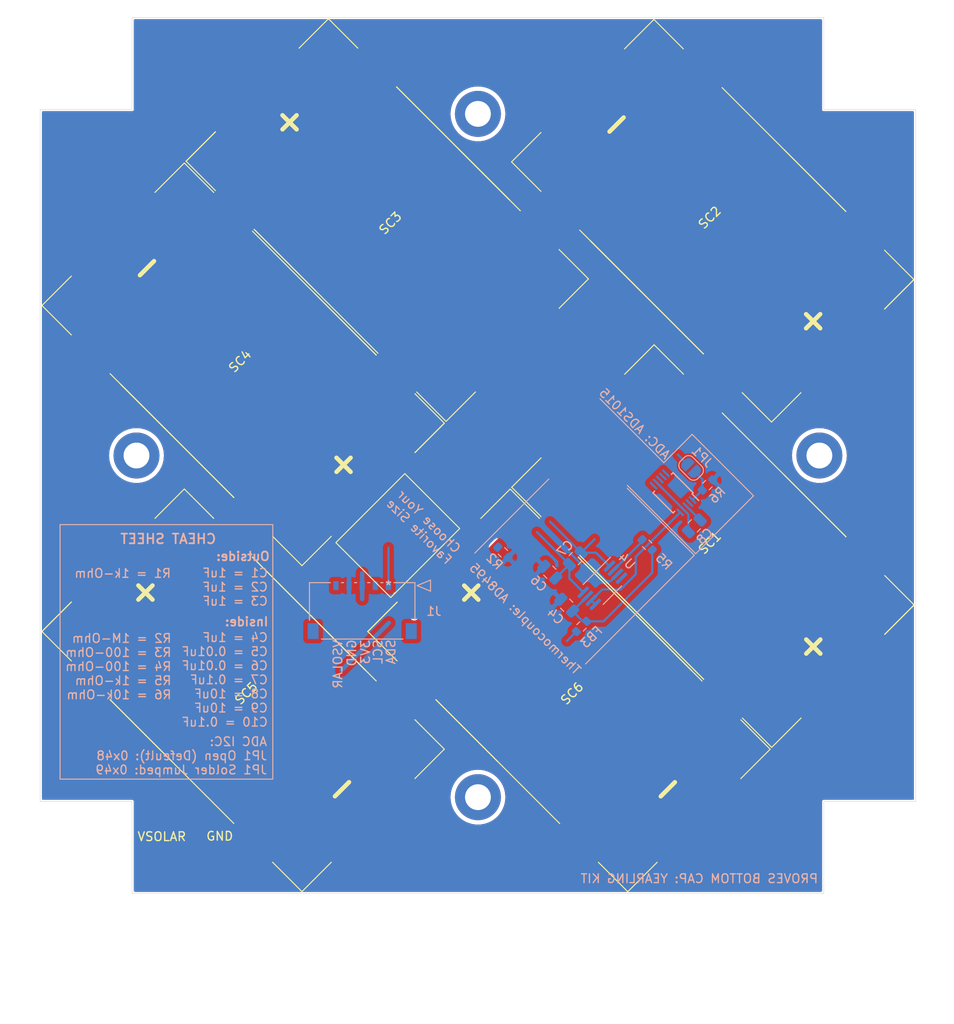
<source format=kicad_pcb>
(kicad_pcb (version 20221018) (generator pcbnew)
  (title_block (title "YEARLING KIT -Z") (date "2023-03-27") (rev "3.1"))
  (layers (0 "F.Cu" signal) (1 "In1.Cu" signal) (2 "In2.Cu" signal) (31 "B.Cu" signal) (34 "B.Paste" user) (35 "F.Paste" user) (36 "B.SilkS" user "B.Silkscreen") (37 "F.SilkS" user "F.Silkscreen") (38 "B.Mask" user) (39 "F.Mask" user) (44 "Edge.Cuts" user))
  (net 0 "")
  (net 1 "GND")
  (net 2 "+3V3")
  (net 3 "VSOLAR")
  (net 4 "SDA")
  (net 5 "SCL")
  (net 6 "Net-(D2-Pad2)")
  (net 7 "Net-(D3-Pad2)")
  (net 10 "Net-(C6-Pad1)")
  (net 14 "Net-(SC1-Pad2)")
  (net 15 "Net-(SC3-Pad2)")
  (net 16 "Net-(SC5-Pad2)")
  (net 17 "Net-(D1-Pad2)")
  (net 18 "Net-(C4-Pad1)")
  (net 19 "AVDD")
  (net 20 "AGND")
  (net 21 "Net-(JP1-Pad1)")
  (net 22 "Net-(R5-Pad1)")
  (net 24 "OUT")
  (net 26 "Net-(J2-Pad2)")
  (net 27 "Net-(C5-Pad2)")
  (footprint "SolarPanelBoards:MountingHoles" (layer "F.Cu") (at 110.5 85)
    (fp_text reference "J4" (at 0 0.5) (layer "F.SilkS"))
    (fp_text value "Conn_01x01")
    (pad "1" thru_hole circle (at 0 0) (size 5.25 5.25) (drill 2.95) (layers "*.Cu" "*.Mask"))
  )
  (footprint "SolarPanelBoards:MountingHoles" (layer "F.Cu") (at 141.75 124)
    (fp_text reference "J5" (at 7.62 0.03) (layer "F.SilkS"))
    (fp_text value "Conn_01x01")
    (pad "1" thru_hole circle (at 7.75 0) (size 5.25 5.25) (drill 2.95) (layers "*.Cu" "*.Mask"))
  )
  (footprint "SolarPanelBoards:MountingHoles" (layer "F.Cu") (at 157.25 46)
    (fp_text reference "J6" (at -7.82 -0.02) (layer "F.SilkS"))
    (fp_text value "Conn_01x01")
    (pad "1" thru_hole circle (at -7.75 0) (size 5.25 5.25) (drill 2.95) (layers "*.Cu" "*.Mask"))
  )
  (footprint "SolarPanelBoards:MountingHoles" (layer "F.Cu") (at 188.5 85)
    (fp_text reference "J7" (at 0 0.5) (layer "F.SilkS"))
    (fp_text value "Conn_01x01")
    (pad "1" thru_hole circle (at 0 0) (size 5.25 5.25) (drill 2.95) (layers "*.Cu" "*.Mask"))
  )
  (footprint "SolarPanelBoards:KXOB101K08F-TR" (layer "F.Cu") (at 122.68 111.8 45)
    (fp_text reference "SC5" (at 0 0.5 45) (layer "F.SilkS"))
    (fp_text value "SM101K07TF")
    (fp_text user "+" (at 0 -16 45) (layer "F.SilkS") (effects (font (size 3 3) (thickness 0.5))))
    (fp_text user "-" (at 0 15.75 45) (layer "F.SilkS") (effects (font (size 3 3) (thickness 0.5))))
    (fp_line (start -11.5 -21) (end -11.5 -16.25) (stroke (width 0.12)) (layer "F.SilkS"))
    (fp_line (start -11.5 -21) (end -6.75 -21) (stroke (width 0.12)) (layer "F.SilkS"))
    (fp_line (start -11.5 -10) (end -11.5 10) (stroke (width 0.12)) (layer "F.SilkS"))
    (fp_line (start -11.5 0) (end -11.5 -10) (stroke (width 0.12)) (layer "F.SilkS"))
    (fp_line (start -11.5 21) (end -11.5 16.25) (stroke (width 0.12)) (layer "F.SilkS"))
    (fp_line (start -11.5 21) (end -6.75 21) (stroke (width 0.12)) (layer "F.SilkS"))
    (fp_line (start -6.75 -21) (end -11.5 -21) (stroke (width 0.12)) (layer "F.SilkS"))
    (fp_line (start 6.75 -21) (end 11.5 -21) (stroke (width 0.12)) (layer "F.SilkS"))
    (fp_line (start 6.75 21) (end 11.5 21) (stroke (width 0.12)) (layer "F.SilkS"))
    (fp_line (start 11.5 -21) (end 11.5 -16.25) (stroke (width 0.12)) (layer "F.SilkS"))
    (fp_line (start 11.5 -10) (end 11.5 8.25) (stroke (width 0.12)) (layer "F.SilkS"))
    (fp_line (start 11.5 0) (end 11.5 -10) (stroke (width 0.12)) (layer "F.SilkS"))
    (fp_line (start 11.5 0) (end 11.5 10) (stroke (width 0.12)) (layer "F.SilkS"))
    (fp_line (start 11.5 8.25) (end 11.5 0) (stroke (width 0.12)) (layer "F.SilkS"))
    (fp_line (start 11.5 21) (end 11.5 16.25) (stroke (width 0.12)) (layer "F.SilkS"))
    (pad "1" smd rect (at 0 -20 45) (size 13 3) (layers "F.Cu" "F.Paste" "F.Mask") (net 7 "Net-(D3-Pad2)"))
    (pad "2" smd rect (at 0 20 45) (size 13 3) (layers "F.Cu" "F.Paste" "F.Mask") (net 16 "Net-(SC5-Pad2)"))
  )
  (footprint "SolarPanelBoards:KXOB101K08F-TR" (layer "F.Cu") (at 139.142136 58.122136 45)
    (fp_text reference "SC3" (at 0 0.5 45) (layer "F.SilkS"))
    (fp_text value "SM101K07TF")
    (fp_text user "+" (at 0 -16 45) (layer "F.SilkS") (effects (font (size 3 3) (thickness 0.5))))
    (fp_line (start -11.5 -21) (end -11.5 -16.25) (stroke (width 0.12)) (layer "F.SilkS"))
    (fp_line (start -11.5 -21) (end -6.75 -21) (stroke (width 0.12)) (layer "F.SilkS"))
    (fp_line (start -11.5 -10) (end -11.5 10) (stroke (width 0.12)) (layer "F.SilkS"))
    (fp_line (start -11.5 0) (end -11.5 -10) (stroke (width 0.12)) (layer "F.SilkS"))
    (fp_line (start -11.5 21) (end -11.5 16.25) (stroke (width 0.12)) (layer "F.SilkS"))
    (fp_line (start -11.5 21) (end -6.75 21) (stroke (width 0.12)) (layer "F.SilkS"))
    (fp_line (start -6.75 -21) (end -11.5 -21) (stroke (width 0.12)) (layer "F.SilkS"))
    (fp_line (start 6.75 -21) (end 11.5 -21) (stroke (width 0.12)) (layer "F.SilkS"))
    (fp_line (start 6.75 21) (end 11.5 21) (stroke (width 0.12)) (layer "F.SilkS"))
    (fp_line (start 11.5 -21) (end 11.5 -16.25) (stroke (width 0.12)) (layer "F.SilkS"))
    (fp_line (start 11.5 -10) (end 11.5 8.25) (stroke (width 0.12)) (layer "F.SilkS"))
    (fp_line (start 11.5 0) (end 11.5 -10) (stroke (width 0.12)) (layer "F.SilkS"))
    (fp_line (start 11.5 0) (end 11.5 10) (stroke (width 0.12)) (layer "F.SilkS"))
    (fp_line (start 11.5 8.25) (end 11.5 0) (stroke (width 0.12)) (layer "F.SilkS"))
    (fp_line (start 11.5 21) (end 11.5 16.25) (stroke (width 0.12)) (layer "F.SilkS"))
    (pad "1" smd rect (at 0 -20 45) (size 13 3) (layers "F.Cu" "F.Paste" "F.Mask") (net 6 "Net-(D2-Pad2)"))
    (pad "2" smd rect (at 0 20 45) (size 13 3) (layers "F.Cu" "F.Paste" "F.Mask") (net 15 "Net-(SC3-Pad2)"))
  )
  (footprint "SolarPanelBoards:KXOB101K08F-TR" (layer "F.Cu") (at 122.682136 74.592136 -135)
    (fp_text reference "SC4" (at 0 0.5 45) (layer "F.SilkS"))
    (fp_text value "SM101K07TF")
    (fp_text user "+" (at 0 -16 45) (layer "F.SilkS") (effects (font (size 3 3) (thickness 0.5))))
    (fp_text user "-" (at 0 15.75 45) (layer "F.SilkS") (effects (font (size 3 3) (thickness 0.5))))
    (fp_line (start -11.5 -21) (end -11.5 -16.25) (stroke (width 0.12)) (layer "F.SilkS"))
    (fp_line (start -11.5 -21) (end -6.75 -21) (stroke (width 0.12)) (layer "F.SilkS"))
    (fp_line (start -11.5 -10) (end -11.5 10) (stroke (width 0.12)) (layer "F.SilkS"))
    (fp_line (start -11.5 0) (end -11.5 -10) (stroke (width 0.12)) (layer "F.SilkS"))
    (fp_line (start -11.5 21) (end -11.5 16.25) (stroke (width 0.12)) (layer "F.SilkS"))
    (fp_line (start -11.5 21) (end -6.75 21) (stroke (width 0.12)) (layer "F.SilkS"))
    (fp_line (start -6.75 -21) (end -11.5 -21) (stroke (width 0.12)) (layer "F.SilkS"))
    (fp_line (start 6.75 -21) (end 11.5 -21) (stroke (width 0.12)) (layer "F.SilkS"))
    (fp_line (start 6.75 21) (end 11.5 21) (stroke (width 0.12)) (layer "F.SilkS"))
    (fp_line (start 11.5 -21) (end 11.5 -16.25) (stroke (width 0.12)) (layer "F.SilkS"))
    (fp_line (start 11.5 -10) (end 11.5 8.25) (stroke (width 0.12)) (layer "F.SilkS"))
    (fp_line (start 11.5 0) (end 11.5 -10) (stroke (width 0.12)) (layer "F.SilkS"))
    (fp_line (start 11.5 0) (end 11.5 10) (stroke (width 0.12)) (layer "F.SilkS"))
    (fp_line (start 11.5 8.25) (end 11.5 0) (stroke (width 0.12)) (layer "F.SilkS"))
    (fp_line (start 11.5 21) (end 11.5 16.25) (stroke (width 0.12)) (layer "F.SilkS"))
    (pad "1" smd rect (at 0 -20 225) (size 13 3) (layers "F.Cu" "F.Paste" "F.Mask") (net 15 "Net-(SC3-Pad2)"))
    (pad "2" smd rect (at 0 20 225) (size 13 3) (layers "F.Cu" "F.Paste" "F.Mask") (net 1 "GND"))
  )
  (footprint "SolarPanelBoards:KXOB101K08F-TR" (layer "F.Cu") (at 159.897864 111.807864 45)
    (fp_text reference "SC6" (at 0 0.5 45) (layer "F.SilkS"))
    (fp_text value "SM101K07TF")
    (fp_text user "+" (at 0 -16 45) (layer "F.SilkS") (effects (font (size 3 3) (thickness 0.5))))
    (fp_text user "-" (at 0 15.75 45) (layer "F.SilkS") (effects (font (size 3 3) (thickness 0.5))))
    (fp_line (start -11.5 -21) (end -11.5 -16.25) (stroke (width 0.12)) (layer "F.SilkS"))
    (fp_line (start -11.5 -21) (end -6.75 -21) (stroke (width 0.12)) (layer "F.SilkS"))
    (fp_line (start -11.5 -10) (end -11.5 10) (stroke (width 0.12)) (layer "F.SilkS"))
    (fp_line (start -11.5 0) (end -11.5 -10) (stroke (width 0.12)) (layer "F.SilkS"))
    (fp_line (start -11.5 21) (end -11.5 16.25) (stroke (width 0.12)) (layer "F.SilkS"))
    (fp_line (start -11.5 21) (end -6.75 21) (stroke (width 0.12)) (layer "F.SilkS"))
    (fp_line (start -6.75 -21) (end -11.5 -21) (stroke (width 0.12)) (layer "F.SilkS"))
    (fp_line (start 6.75 -21) (end 11.5 -21) (stroke (width 0.12)) (layer "F.SilkS"))
    (fp_line (start 6.75 21) (end 11.5 21) (stroke (width 0.12)) (layer "F.SilkS"))
    (fp_line (start 11.5 -21) (end 11.5 -16.25) (stroke (width 0.12)) (layer "F.SilkS"))
    (fp_line (start 11.5 -10) (end 11.5 8.25) (stroke (width 0.12)) (layer "F.SilkS"))
    (fp_line (start 11.5 0) (end 11.5 -10) (stroke (width 0.12)) (layer "F.SilkS"))
    (fp_line (start 11.5 0) (end 11.5 10) (stroke (width 0.12)) (layer "F.SilkS"))
    (fp_line (start 11.5 8.25) (end 11.5 0) (stroke (width 0.12)) (layer "F.SilkS"))
    (fp_line (start 11.5 21) (end 11.5 16.25) (stroke (width 0.12)) (layer "F.SilkS"))
    (pad "1" smd rect (at 0 -20 45) (size 13 3) (layers "F.Cu" "F.Paste" "F.Mask") (net 16 "Net-(SC5-Pad2)"))
    (pad "2" smd rect (at 0 20 45) (size 13 3) (layers "F.Cu" "F.Paste" "F.Mask") (net 1 "GND"))
  )
  (footprint "SolarPanelBoards:KXOB101K08F-TR" (layer "F.Cu") (at 176.32 58.2 -135)
    (fp_text reference "SC2" (at 0 0.5 45) (layer "F.SilkS"))
    (fp_text value "SM101K07TF")
    (fp_text user "+" (at 0 -16 45) (layer "F.SilkS") (effects (font (size 3 3) (thickness 0.5))))
    (fp_text user "-" (at 0 15.75 45) (layer "F.SilkS") (effects (font (size 3 3) (thickness 0.5))))
    (fp_line (start -11.5 -21) (end -11.5 -16.25) (stroke (width 0.12)) (layer "F.SilkS"))
    (fp_line (start -11.5 -21) (end -6.75 -21) (stroke (width 0.12)) (layer "F.SilkS"))
    (fp_line (start -11.5 -10) (end -11.5 10) (stroke (width 0.12)) (layer "F.SilkS"))
    (fp_line (start -11.5 0) (end -11.5 -10) (stroke (width 0.12)) (layer "F.SilkS"))
    (fp_line (start -11.5 21) (end -11.5 16.25) (stroke (width 0.12)) (layer "F.SilkS"))
    (fp_line (start -11.5 21) (end -6.75 21) (stroke (width 0.12)) (layer "F.SilkS"))
    (fp_line (start -6.75 -21) (end -11.5 -21) (stroke (width 0.12)) (layer "F.SilkS"))
    (fp_line (start 6.75 -21) (end 11.5 -21) (stroke (width 0.12)) (layer "F.SilkS"))
    (fp_line (start 6.75 21) (end 11.5 21) (stroke (width 0.12)) (layer "F.SilkS"))
    (fp_line (start 11.5 -21) (end 11.5 -16.25) (stroke (width 0.12)) (layer "F.SilkS"))
    (fp_line (start 11.5 -10) (end 11.5 8.25) (stroke (width 0.12)) (layer "F.SilkS"))
    (fp_line (start 11.5 0) (end 11.5 -10) (stroke (width 0.12)) (layer "F.SilkS"))
    (fp_line (start 11.5 0) (end 11.5 10) (stroke (width 0.12)) (layer "F.SilkS"))
    (fp_line (start 11.5 8.25) (end 11.5 0) (stroke (width 0.12)) (layer "F.SilkS"))
    (fp_line (start 11.5 21) (end 11.5 16.25) (stroke (width 0.12)) (layer "F.SilkS"))
    (pad "1" smd rect (at 0 -20 225) (size 13 3) (layers "F.Cu" "F.Paste" "F.Mask") (net 14 "Net-(SC1-Pad2)"))
    (pad "2" smd rect (at 0 20 225) (size 13 3) (layers "F.Cu" "F.Paste" "F.Mask") (net 1 "GND"))
  )
  (footprint "SolarPanelBoards:KXOB101K08F-TR" (layer "F.Cu") (at 176.337864 95.337864 -135)
    (fp_text reference "SC1" (at 0 0.5 45) (layer "F.SilkS"))
    (fp_text value "SM101K07TF")
    (fp_text user "+" (at 0 -16 45) (layer "F.SilkS") (effects (font (size 3 3) (thickness 0.5))))
    (fp_line (start -11.5 -21) (end -11.5 -16.25) (stroke (width 0.12)) (layer "F.SilkS"))
    (fp_line (start -11.5 -21) (end -6.75 -21) (stroke (width 0.12)) (layer "F.SilkS"))
    (fp_line (start -11.5 -10) (end -11.5 10) (stroke (width 0.12)) (layer "F.SilkS"))
    (fp_line (start -11.5 0) (end -11.5 -10) (stroke (width 0.12)) (layer "F.SilkS"))
    (fp_line (start -11.5 21) (end -11.5 16.25) (stroke (width 0.12)) (layer "F.SilkS"))
    (fp_line (start -11.5 21) (end -6.75 21) (stroke (width 0.12)) (layer "F.SilkS"))
    (fp_line (start -6.75 -21) (end -11.5 -21) (stroke (width 0.12)) (layer "F.SilkS"))
    (fp_line (start 6.75 -21) (end 11.5 -21) (stroke (width 0.12)) (layer "F.SilkS"))
    (fp_line (start 6.75 21) (end 11.5 21) (stroke (width 0.12)) (layer "F.SilkS"))
    (fp_line (start 11.5 -21) (end 11.5 -16.25) (stroke (width 0.12)) (layer "F.SilkS"))
    (fp_line (start 11.5 -10) (end 11.5 8.25) (stroke (width 0.12)) (layer "F.SilkS"))
    (fp_line (start 11.5 0) (end 11.5 -10) (stroke (width 0.12)) (layer "F.SilkS"))
    (fp_line (start 11.5 0) (end 11.5 10) (stroke (width 0.12)) (layer "F.SilkS"))
    (fp_line (start 11.5 8.25) (end 11.5 0) (stroke (width 0.12)) (layer "F.SilkS"))
    (fp_line (start 11.5 21) (end 11.5 16.25) (stroke (width 0.12)) (layer "F.SilkS"))
    (pad "1" smd rect (at 0 -20 225) (size 13 3) (layers "F.Cu" "F.Paste" "F.Mask") (net 17 "Net-(D1-Pad2)"))
    (pad "2" smd rect (at 0 20 225) (size 13 3) (layers "F.Cu" "F.Paste" "F.Mask") (net 14 "Net-(SC1-Pad2)"))
  )
  (footprint "SolarPanelBoards:CON_5040500591" (layer "B.Cu") (at 139.278501 99.85)
    (fp_text reference "J1" (at 5.191499 2.93) (layer "B.SilkS") (effects (justify mirror)))
    (fp_text value "CON-5040500591" hide)
    (fp_text user "*" (at 0 0) (layer "B.SilkS") (effects (justify mirror)))
    (fp_line (start -9.024989 -0.34) (end -6.620041 -0.34) (stroke (width 0.12)) (layer "B.SilkS"))
    (fp_line (start -9.024989 3.96996) (end -9.024989 -0.34) (stroke (width 0.12)) (layer "B.SilkS"))
    (fp_line (start -5.379961 -0.34) (end -5.120041 -0.34) (stroke (width 0.12)) (layer "B.SilkS"))
    (fp_line (start -3.879961 -0.34) (end -3.620039 -0.34) (stroke (width 0.12)) (layer "B.SilkS"))
    (fp_line (start -2.379959 -0.34) (end -2.12004 -0.34) (stroke (width 0.12)) (layer "B.SilkS"))
    (fp_line (start -0.87996 -0.34) (end -0.62004 -0.34) (stroke (width 0.12)) (layer "B.SilkS"))
    (fp_line (start 0.62004 -0.34) (end 3.024988 -0.34) (stroke (width 0.12)) (layer "B.SilkS"))
    (fp_line (start 1.660115 6.1) (end -7.660116 6.1) (stroke (width 0.12)) (layer "B.SilkS"))
    (fp_line (start 3.024988 -0.34) (end 3.024988 3.96996) (stroke (width 0.12)) (layer "B.SilkS"))
    (fp_line (start 3.278987 0) (end 4.802987 0.635) (stroke (width 0.12)) (layer "B.SilkS"))
    (fp_line (start 4.802987 -0.635) (end 3.278987 0) (stroke (width 0.12)) (layer "B.SilkS"))
    (fp_line (start 4.802987 0.635) (end 4.802987 -0.635) (stroke (width 0.12)) (layer "B.SilkS"))
    (pad "1" smd rect (at 0 0) (size 0.6 1) (layers "B.Cu" "B.Paste" "B.Mask") (net 4 "SDA"))
    (pad "2" smd rect (at -1.5 0) (size 0.6 1) (layers "B.Cu" "B.Paste" "B.Mask") (net 5 "SCL"))
    (pad "3" smd rect (at -2.999999 0) (size 0.6 1) (layers "B.Cu" "B.Paste" "B.Mask") (net 2 "+3V3"))
    (pad "4" smd rect (at -4.500001 0) (size 0.6 1) (layers "B.Cu" "B.Paste" "B.Mask") (net 1 "GND"))
    (pad "5" smd rect (at -6.000001 0) (size 0.6 1) (layers "B.Cu" "B.Paste" "B.Mask") (net 3 "VSOLAR"))
    (pad "6" smd rect (at 2.604999 5.19) (size 1.25 1.8) (layers "B.Cu" "B.Paste" "B.Mask"))
    (pad "7" smd rect (at -8.604999 5.19) (size 1.25 1.8) (layers "B.Cu" "B.Paste" "B.Mask"))
  )
  (footprint "Package_SO:TSSOP-10_3x3mm_P0.5mm" (layer "B.Cu") (at 171.785736 89.257479 135)
    (fp_text reference "U5" hide)
    (fp_text value "ADS1015IDGS")
    (fp_line (start -1.625 -1.625) (end -1.625 -1.35) (stroke (width 0.15)) (layer "B.SilkS"))
    (fp_line (start -1.625 -1.625) (end 1.625 -1.625) (stroke (width 0.15)) (layer "B.SilkS"))
    (fp_line (start -1.625 1.45) (end -2.7 1.45) (stroke (width 0.15)) (layer "B.SilkS"))
    (fp_line (start -1.625 1.625) (end -1.625 1.45) (stroke (width 0.15)) (layer "B.SilkS"))
    (fp_line (start -1.625 1.625) (end 1.625 1.625) (stroke (width 0.15)) (layer "B.SilkS"))
    (fp_line (start 1.625 -1.625) (end 1.625 -1.35) (stroke (width 0.15)) (layer "B.SilkS"))
    (fp_line (start 1.625 1.625) (end 1.625 1.35) (stroke (width 0.15)) (layer "B.SilkS"))
    (pad "1" smd rect (at -2.15 1 135) (size 1.1 0.25) (layers "B.Cu" "B.Paste" "B.Mask") (net 21 "Net-(JP1-Pad1)"))
    (pad "2" smd rect (at -2.15 0.5 135) (size 1.1 0.25) (layers "B.Cu" "B.Paste" "B.Mask"))
    (pad "3" smd rect (at -2.15 0 135) (size 1.1 0.25) (layers "B.Cu" "B.Paste" "B.Mask") (net 20 "AGND"))
    (pad "4" smd rect (at -2.15 -0.5 135) (size 1.1 0.25) (layers "B.Cu" "B.Paste" "B.Mask") (net 19 "AVDD"))
    (pad "5" smd rect (at -2.15 -1 135) (size 1.1 0.25) (layers "B.Cu" "B.Paste" "B.Mask") (net 24 "OUT"))
    (pad "6" smd rect (at 2.15 -1 135) (size 1.1 0.25) (layers "B.Cu" "B.Paste" "B.Mask") (net 19 "AVDD"))
    (pad "7" smd rect (at 2.15 -0.5 135) (size 1.1 0.25) (layers "B.Cu" "B.Paste" "B.Mask") (net 19 "AVDD"))
    (pad "8" smd rect (at 2.15 0 135) (size 1.1 0.25) (layers "B.Cu" "B.Paste" "B.Mask") (net 19 "AVDD"))
    (pad "9" smd rect (at 2.15 0.5 135) (size 1.1 0.25) (layers "B.Cu" "B.Paste" "B.Mask") (net 4 "SDA"))
    (pad "10" smd rect (at 2.15 1 135) (size 1.1 0.25) (layers "B.Cu" "B.Paste" "B.Mask") (net 5 "SCL"))
  )
  (footprint "Capacitor_SMD:C_0805_2012Metric" (layer "B.Cu") (at 157.714311 98.322586 135)
    (fp_text reference "C6" (at -0.01 -1.83 135) (layer "B.SilkS") (effects (justify mirror)))
    (fp_text value "0.01uF")
    (fp_line (start -0.261252 -0.735) (end 0.261252 -0.735) (stroke (width 0.12)) (layer "B.SilkS"))
    (fp_line (start -0.261252 0.735) (end 0.261252 0.735) (stroke (width 0.12)) (layer "B.SilkS"))
    (pad "1" smd roundrect (at -0.95 0 135) (size 1 1.45) (layers "B.Cu" "B.Paste" "B.Mask") (net 10 "Net-(C6-Pad1)"))
    (pad "2" smd roundrect (at 0.95 0 135) (size 1 1.45) (layers "B.Cu" "B.Paste" "B.Mask") (net 1 "GND"))
  )
  (footprint "Capacitor_SMD:C_0805_2012Metric" (layer "B.Cu") (at 160.613448 96.766953 45)
    (fp_text reference "C7" (at 0.01 -1.63 45) (layer "B.SilkS") (effects (justify mirror)))
    (fp_text value "0.1uF")
    (fp_line (start -0.261252 -0.735) (end 0.261252 -0.735) (stroke (width 0.12)) (layer "B.SilkS"))
    (fp_line (start -0.261252 0.735) (end 0.261252 0.735) (stroke (width 0.12)) (layer "B.SilkS"))
    (pad "1" smd roundrect (at -0.95 0 45) (size 1 1.45) (layers "B.Cu" "B.Paste" "B.Mask") (net 10 "Net-(C6-Pad1)"))
    (pad "2" smd roundrect (at 0.95 0 45) (size 1 1.45) (layers "B.Cu" "B.Paste" "B.Mask") (net 27 "Net-(C5-Pad2)"))
  )
  (footprint "Capacitor_SMD:C_0805_2012Metric" (layer "B.Cu") (at 159.637642 102.084397 135)
    (fp_text reference "C4" (at 0.01 -1.81 135) (layer "B.SilkS") (effects (justify mirror)))
    (fp_text value "1uF")
    (fp_line (start -0.261252 -0.735) (end 0.261252 -0.735) (stroke (width 0.12)) (layer "B.SilkS"))
    (fp_line (start -0.261252 0.735) (end 0.261252 0.735) (stroke (width 0.12)) (layer "B.SilkS"))
    (pad "1" smd roundrect (at -0.95 0 135) (size 1 1.45) (layers "B.Cu" "B.Paste" "B.Mask") (net 18 "Net-(C4-Pad1)"))
    (pad "2" smd roundrect (at 0.95 0 135) (size 1 1.45) (layers "B.Cu" "B.Paste" "B.Mask") (net 1 "GND"))
  )
  (footprint "Capacitor_SMD:C_0805_2012Metric" (layer "B.Cu") (at 174.211112 93.026358 45)
    (fp_text reference "C8" (at 0 1.68 45) (layer "B.SilkS") (effects (justify mirror)))
    (fp_text value "10uF")
    (fp_line (start -0.261252 -0.735) (end 0.261252 -0.735) (stroke (width 0.12)) (layer "B.SilkS"))
    (fp_line (start -0.261252 0.735) (end 0.261252 0.735) (stroke (width 0.12)) (layer "B.SilkS"))
    (pad "1" smd roundrect (at -0.95 0 45) (size 1 1.45) (layers "B.Cu" "B.Paste" "B.Mask") (net 19 "AVDD"))
    (pad "2" smd roundrect (at 0.95 0 45) (size 1 1.45) (layers "B.Cu" "B.Paste" "B.Mask") (net 20 "AGND"))
  )
  (footprint "Jumper:SolderJumper-2_P1.3mm_Open_RoundedPad1.0x1.5mm" (layer "B.Cu") (at 173.850487 86.41491 135)
    (fp_text reference "JP1" (at 0 1.8 135) (layer "B.SilkS") (effects (justify mirror)))
    (fp_text value "SolderJumper_2_Open")
    (fp_line (start -1.4 -0.3) (end -1.4 0.3) (stroke (width 0.12)) (layer "B.SilkS"))
    (fp_line (start -0.7 1) (end 0.7 1) (stroke (width 0.12)) (layer "B.SilkS"))
    (fp_line (start 0.7 -1) (end -0.7 -1) (stroke (width 0.12)) (layer "B.SilkS"))
    (fp_line (start 1.4 0.3) (end 1.4 -0.3) (stroke (width 0.12)) (layer "B.SilkS"))
    (fp_arc (start -1.4 -0.3) (mid -1.194975 -0.794975) (end -0.7 -1) (stroke (width 0.12)) (layer "B.SilkS"))
    (fp_arc (start -0.7 1) (mid -1.194975 0.794975) (end -1.4 0.3) (stroke (width 0.12)) (layer "B.SilkS"))
    (fp_arc (start 0.7 -1) (mid 1.194974 -0.794975) (end 1.4 -0.3) (stroke (width 0.12)) (layer "B.SilkS"))
    (fp_arc (start 1.4 0.3) (mid 1.194975 0.794974) (end 0.7 1) (stroke (width 0.12)) (layer "B.SilkS"))
    (pad "1" smd custom (at -0.65 0 135) (size 1 0.5) (layers "B.Cu" "B.Mask") (net 21 "Net-(JP1-Pad1)") (options (clearance outline) (anchor rect)) (primitives (gr_circle (center 0 -0.25) (end 0.5 -0.25) (width 0) (fill yes)) (gr_circle (center 0 0.25) (end 0.5 0.25) (width 0) (fill yes)) (gr_poly (pts (xy 0.5 -0.75) (xy 0 -0.75) (xy 0 0.75) (xy 0.5 0.75)) (width 0) (fill yes))))
    (pad "2" smd custom (at 0.65 0 135) (size 1 0.5) (layers "B.Cu" "B.Mask") (net 2 "+3V3") (options (clearance outline) (anchor rect)) (primitives (gr_circle (center 0 -0.25) (end 0.5 -0.25) (width 0) (fill yes)) (gr_circle (center 0 0.25) (end 0.5 0.25) (width 0) (fill yes)) (gr_poly (pts (xy 0 -0.75) (xy -0.5 -0.75) (xy -0.5 0.75) (xy 0 0.75)) (width 0) (fill yes))))
  )
  (footprint "Resistor_SMD:R_0603_1608Metric" (layer "B.Cu") (at 152.350905 96.04924 -45)
    (fp_text reference "R2" (at 0.055 1.41 135) (layer "B.SilkS") (effects (justify mirror)))
    (fp_text value "1-MOhm")
    (fp_line (start -0.237258 -0.5225) (end 0.237258 -0.5225) (stroke (width 0.12)) (layer "B.SilkS"))
    (fp_line (start -0.237258 0.5225) (end 0.237258 0.5225) (stroke (width 0.12)) (layer "B.SilkS"))
    (pad "1" smd roundrect (at -0.825 0 315) (size 0.8 0.95) (layers "B.Cu" "B.Paste" "B.Mask") (net 26 "Net-(J2-Pad2)"))
    (pad "2" smd roundrect (at 0.825 0 315) (size 0.8 0.95) (layers "B.Cu" "B.Paste" "B.Mask") (net 1 "GND"))
  )
  (footprint "Resistor_SMD:R_0603_1608Metric" (layer "B.Cu") (at 161.33116 104.506237 -135)
    (fp_text reference "FB3" (at 0.055 -1.67 45) (layer "B.SilkS") (effects (justify mirror)))
    (fp_text value "FerriteBead")
    (fp_line (start -0.237258 -0.5225) (end 0.237258 -0.5225) (stroke (width 0.12)) (layer "B.SilkS"))
    (fp_line (start -0.237258 0.5225) (end 0.237258 0.5225) (stroke (width 0.12)) (layer "B.SilkS"))
    (pad "1" smd roundrect (at -0.825 0 225) (size 0.8 0.95) (layers "B.Cu" "B.Paste" "B.Mask") (net 18 "Net-(C4-Pad1)"))
    (pad "2" smd roundrect (at 0.825 0 225) (size 0.8 0.95) (layers "B.Cu" "B.Paste" "B.Mask") (net 2 "+3V3"))
  )
  (footprint "Resistor_SMD:R_0603_1608Metric" (layer "B.Cu") (at 168.826494 95.19364 -45)
    (fp_text reference "R5" (at 2.705 0 135) (layer "B.SilkS") (effects (justify mirror)))
    (fp_text value "1k")
    (fp_line (start -0.237258 -0.5225) (end 0.237258 -0.5225) (stroke (width 0.12)) (layer "B.SilkS"))
    (fp_line (start -0.237258 0.5225) (end 0.237258 0.5225) (stroke (width 0.12)) (layer "B.SilkS"))
    (pad "1" smd roundrect (at -0.825 0 315) (size 0.8 0.95) (layers "B.Cu" "B.Paste" "B.Mask") (net 22 "Net-(R5-Pad1)"))
    (pad "2" smd roundrect (at 0.825 0 315) (size 0.8 0.95) (layers "B.Cu" "B.Paste" "B.Mask") (net 18 "Net-(C4-Pad1)"))
  )
  (footprint "Package_SO:MSOP-8_3x3mm_P0.65mm" (layer "B.Cu") (at 163.715879 99.809279 -135)
    (fp_text reference "U4" (at -3.9075 -0.015 135) (layer "B.SilkS") (effects (justify mirror)))
    (fp_text value "AD8495")
    (fp_line (start 0 -1.61) (end -1.5 -1.61) (stroke (width 0.12)) (layer "B.SilkS"))
    (fp_line (start 0 -1.61) (end 1.5 -1.61) (stroke (width 0.12)) (layer "B.SilkS"))
    (fp_line (start 0 1.61) (end -2.925 1.61) (stroke (width 0.12)) (layer "B.SilkS"))
    (fp_line (start 0 1.61) (end 1.5 1.61) (stroke (width 0.12)) (layer "B.SilkS"))
    (pad "1" smd roundrect (at -2.1125 0.975 225) (size 1.625 0.4) (layers "B.Cu" "B.Paste" "B.Mask") (net 27 "Net-(C5-Pad2)"))
    (pad "2" smd roundrect (at -2.1125 0.325 225) (size 1.625 0.4) (layers "B.Cu" "B.Paste" "B.Mask") (net 22 "Net-(R5-Pad1)"))
    (pad "3" smd roundrect (at -2.1125 -0.325 225) (size 1.625 0.4) (layers "B.Cu" "B.Paste" "B.Mask") (net 1 "GND"))
    (pad "4" smd roundrect (at -2.1125 -0.975 225) (size 1.625 0.4) (layers "B.Cu" "B.Paste" "B.Mask"))
    (pad "5" smd roundrect (at 2.1125 -0.975 225) (size 1.625 0.4) (layers "B.Cu" "B.Paste" "B.Mask") (net 24 "OUT"))
    (pad "6" smd roundrect (at 2.1125 -0.325 225) (size 1.625 0.4) (layers "B.Cu" "B.Paste" "B.Mask") (net 24 "OUT"))
    (pad "7" smd roundrect (at 2.1125 0.325 225) (size 1.625 0.4) (layers "B.Cu" "B.Paste" "B.Mask") (net 18 "Net-(C4-Pad1)"))
    (pad "8" smd roundrect (at 2.1125 0.975 225) (size 1.625 0.4) (layers "B.Cu" "B.Paste" "B.Mask") (net 10 "Net-(C6-Pad1)"))
  )
  (footprint "Resistor_SMD:R_0603_1608Metric" (layer "B.Cu") (at 175.713714 88.370058 -135)
    (fp_text reference "R6" (at 0.025 -1.61 45) (layer "B.SilkS") (effects (justify mirror)))
    (fp_text value "10k-Ohm")
    (fp_line (start -0.237258 -0.5225) (end 0.237258 -0.5225) (stroke (width 0.12)) (layer "B.SilkS"))
    (fp_line (start -0.237258 0.5225) (end 0.237258 0.5225) (stroke (width 0.12)) (layer "B.SilkS"))
    (pad "1" smd roundrect (at -0.825 0 225) (size 0.8 0.95) (layers "B.Cu" "B.Paste" "B.Mask") (net 1 "GND"))
    (pad "2" smd roundrect (at 0.825 0 225) (size 0.8 0.95) (layers "B.Cu" "B.Paste" "B.Mask") (net 21 "Net-(JP1-Pad1)"))
  )
  (gr_line (start 180.978123 89.596889) (end 173.963624 82.58239) (stroke (width 0.12)) (layer "B.SilkS"))
  (gr_poly (pts (xy 101.77 92.889999) (xy 126.07 92.89) (xy 126.07 121.94) (xy 101.77 121.939999)) (stroke (width 0.12)) (fill none) (layer "B.SilkS"))
  (gr_line (start 173.963624 82.58239) (end 173.942411 82.603604) (stroke (width 0.12)) (layer "B.SilkS"))
  (gr_line (start 174.373747 96.215409) (end 166.553146 88.394808) (stroke (width 0.12)) (layer "B.SilkS"))
  (gr_line (start 163.434804 78.516527) (end 170.732146 85.813868) (stroke (width 0.12)) (layer "B.SilkS"))
  (gr_line (start 170.732146 85.813868) (end 173.942411 82.603604) (stroke (width 0.12)) (layer "B.SilkS"))
  (gr_line (start 149.130034 96.144698) (end 157.594102 87.68063) (stroke (width 0.12)) (layer "B.SilkS"))
  (gr_line (start 166.553145 88.734219) (end 174.204041 96.385115) (stroke (width 0.12)) (layer "B.SilkS"))
  (gr_line (start 174.204041 96.385115) (end 161.787246 108.80191) (stroke (width 0.12)) (layer "B.SilkS"))
  (gr_line (start 174.373746 96.215409) (end 180.978123 89.596889) (stroke (width 0.12)) (layer "B.SilkS"))
  (gr_poly (pts (xy 141.14865 87.064311) (xy 147.41717 93.33283) (xy 139.54 101.21) (xy 133.271481 94.941481)) (stroke (width 0.12)) (fill none) (layer "F.SilkS"))
  (gr_line (start 189 135) (end 110 135) (stroke (width 0.05)) (layer "Edge.Cuts"))
  (gr_line (start 110 124.5) (end 99.5 124.5) (stroke (width 0.05)) (layer "Edge.Cuts"))
  (gr_line (start 110 45.5) (end 110 35) (stroke (width 0.05)) (layer "Edge.Cuts"))
  (gr_line (start 189 45.5) (end 199.5 45.5) (stroke (width 0.05)) (layer "Edge.Cuts"))
  (gr_line (start 99.5 124.5) (end 99.5 45.5) (stroke (width 0.05)) (layer "Edge.Cuts"))
  (gr_line (start 199.5 124.5) (end 189 124.5) (stroke (width 0.05)) (layer "Edge.Cuts"))
  (gr_line (start 110 35) (end 189 35) (stroke (width 0.05)) (layer "Edge.Cuts"))
  (gr_line (start 199.5 45.5) (end 199.5 124.5) (stroke (width 0.05)) (layer "Edge.Cuts"))
  (gr_line (start 189 124.5) (end 189 135) (stroke (width 0.05)) (layer "Edge.Cuts"))
  (gr_line (start 99.5 45.5) (end 110 45.5) (stroke (width 0.05)) (layer "Edge.Cuts"))
  (gr_line (start 189 35) (end 189 45.5) (stroke (width 0.05)) (layer "Edge.Cuts"))
  (gr_line (start 110 135) (end 110 124.5) (stroke (width 0.05)) (layer "Edge.Cuts"))
  (gr_text "R1 = 1k-Ohm" (at 108.93 98.450001) (layer "B.SilkS") (effects (font (size 1 1)) (justify mirror)))
  (gr_text "SCL" (at 138.08 107.41 90) (layer "B.SilkS") (effects (font (size 1 1)) (justify mirror)))
  (gr_text "C4 = 1uF\nC5 = 0.01uF\nC6 = 0.01uF\nC7 = 0.1uF\nC8 = 10uF\nC9 = 10uF\nC10 = 0.1uF" (at 125.59 110.600001) (layer "B.SilkS") (effects (font (size 1 1)) (justify left mirror)))
  (gr_text "VSOLAR" (at 133.5 108.82 90) (layer "B.SilkS") (effects (font (size 1 1)) (justify mirror)))
  (gr_text "Thermocouple: AD8495" (at 154.885883 103.64003 315) (layer "B.SilkS") (effects (font (size 1 1)) (justify mirror)))
  (gr_text "GND" (at 135.09 107.54 90) (layer "B.SilkS") (effects (font (size 1 1)) (justify mirror)))
  (gr_text "3V3" (at 136.65 107.43 90) (layer "B.SilkS") (effects (font (size 1 1)) (justify mirror)))
  (gr_text "PROVES BOTTOM CAP: YEARLING KIT" (at 161.14 133.3) (layer "B.SilkS") (effects (font (size 1 1)) (justify right mirror)))
  (gr_text "ADC I2C:\nJP1 Open (Defeult): 0x48\nJP1 Solder Jumped: 0x49" (at 125.499999 119.270001) (layer "B.SilkS") (effects (font (size 1 1)) (justify left mirror)))
  (gr_text "CHEAT SHEET" (at 114.13 94.52) (layer "B.SilkS") (effects (font (size 1.1 1.1) (thickness 0.2)) (justify mirror)))
  (gr_text "ADC: ADS1015" (at 167.401673 81.366166 315) (layer "B.SilkS") (effects (font (size 1 1)) (justify mirror)))
  (gr_text "R2 = 1M-Ohm\nR3 = 100-Ohm\nR4 = 100-Ohm\nR5 = 1k-Ohm\nR6 = 10k-Ohm" (at 114.57 109.090001) (layer "B.SilkS") (effects (font (size 1 1)) (justify left mirror)))
  (gr_text "C1 = 1uF\nC2 = 1uF\nC3 = 1uF" (at 125.590001 100.01) (layer "B.SilkS") (effects (font (size 1 1)) (justify left mirror)))
  (gr_text "SDA" (at 139.56 107.41 90) (layer "B.SilkS") (effects (font (size 1 1)) (justify mirror)))
  (gr_text "Inside:" (at 123.08 103.970001) (layer "B.SilkS") (effects (font (size 1 1) (thickness 0.2)) (justify mirror)))
  (gr_text "Choose Your\nFavorite Size" (at 143.34 93.11 315) (layer "B.SilkS") (effects (font (size 1 1)) (justify mirror)))
  (gr_text "Outside:" (at 122.660001 96.51) (layer "B.SilkS") (effects (font (size 1 1) (thickness 0.2)) (justify mirror)))
  (gr_text "GND" (at 120.01 128.45) (layer "F.SilkS") (effects (font (size 1 1))))
  (gr_text "VSOLAR" (at 113.39 128.5) (layer "F.SilkS") (effects (font (size 1 1))))
  (segment (start 165.439453 98.545327) (end 164.651029 99.333751) (width 0.25) (layer "B.Cu") (net 1))
  (segment (start 163.236814 99.333751) (end 156.229387 92.326322) (width 0.25) (layer "B.Cu") (net 1))
  (segment (start 164.651029 99.333751) (end 163.236814 99.333751) (width 0.25) (layer "B.Cu") (net 1))
  (segment (start 136.278502 99.85) (end 136.278502 98.431498) (width 0.5) (layer "B.Cu") (net 2))
  (segment (start 136.278502 99.85) (end 136.278502 101.378502) (width 0.5) (layer "B.Cu") (net 2))
  (segment (start 173.390868 85.95529) (end 172.337279 84.901701) (width 0.25) (layer "B.Cu") (net 2))
  (segment (start 160.747797 105.0896) (end 159.658854 106.178544) (width 0.25) (layer "B.Cu") (net 2))
  (segment (start 139.278501 99.85) (end 139.278501 95.511499) (width 0.25) (layer "B.Cu") (net 4))
  (segment (start 159.941698 99.022624) (end 161.532688 100.613613) (width 0.25) (layer "B.Cu") (net 10))
  (segment (start 158.386061 98.994339) (end 159.941698 97.438705) (width 0.25) (layer "B.Cu") (net 10))
  (segment (start 159.941698 97.438705) (end 159.941698 99.022624) (width 0.25) (layer "B.Cu") (net 10))
  (segment (start 159.941698 97.438705) (end 156.243528 93.740536) (width 0.25) (layer "B.Cu") (net 10))
  (segment (start 145.755728 97.665728) (end 145.755728 97.674272) (width 0.5) (layer "F.Cu") (net 16))
  (segment (start 133.93 109.5) (end 139.33 104.1) (width 0.5) (layer "B.Cu") (net 16))
  (segment (start 161.992307 101.073233) (end 160.309392 102.756148) (width 0.25) (layer "B.Cu") (net 18))
  (segment (start 169.409857 98.365014) (end 169.409856 95.777004) (width 0.25) (layer "B.Cu") (net 18))
  (segment (start 161.476118 103.922874) (end 161.914525 103.922872) (width 0.25) (layer "B.Cu") (net 18))
  (segment (start 163.851998 103.922873) (end 169.409857 98.365014) (width 0.25) (layer "B.Cu") (net 18))
  (segment (start 161.914525 103.922872) (end 163.851998 103.922873) (width 0.25) (layer "B.Cu") (net 18))
  (segment (start 160.309392 102.756148) (end 161.476118 103.922874) (width 0.25) (layer "B.Cu") (net 18))
  (segment (start 172.952462 91.13131) (end 173.535825 91.714675) (width 0.25) (layer "B.Cu") (net 19))
  (segment (start 172.952462 91.13131) (end 169.911903 88.090751) (width 0.25) (layer "B.Cu") (net 19))
  (segment (start 173.535825 93.694574) (end 173.53936 93.69811) (width 0.25) (layer "B.Cu") (net 19))
  (segment (start 173.535825 91.714675) (end 173.535825 93.694574) (width 0.25) (layer "B.Cu") (net 19))
  (segment (start 173.306016 90.777759) (end 174.882863 92.354607) (width 0.25) (layer "B.Cu") (net 20))
  (segment (start 174.310107 86.874529) (end 175.130351 87.694773) (width 0.25) (layer "B.Cu") (net 21))
  (segment (start 174.013123 90.070652) (end 175.130351 88.953423) (width 0.25) (layer "B.Cu") (net 21))
  (segment (start 175.130351 87.694773) (end 175.130351 88.953423) (width 0.25) (layer "B.Cu") (net 21))
  (segment (start 164.979833 98.085707) (end 168.243131 94.822409) (width 0.25) (layer "B.Cu") (net 22))
  (segment (start 167.528953 98.548862) (end 167.528953 96.554819) (width 0.25) (layer "B.Cu") (net 24))
  (segment (start 167.528953 96.554819) (end 172.598909 91.484865) (width 0.25) (layer "B.Cu") (net 24))
  (segment (start 162.911546 101.992471) (end 162.451927 101.532853) (width 0.25) (layer "B.Cu") (net 24))
  (segment (start 163.696435 100.288345) (end 165.789471 100.288345) (width 0.25) (layer "B.Cu") (net 24))
  (segment (start 162.451927 101.532853) (end 163.696435 100.288345) (width 0.25) (layer "B.Cu") (net 24))
  (segment (start 165.789471 100.288345) (end 167.528953 98.548862) (width 0.25) (layer "B.Cu") (net 24))
  (segment (start 162.989328 96.095202) (end 164.520214 97.626087) (width 0.25) (layer "B.Cu") (net 27))
  (segment (start 161.2852 96.0952) (end 162.989328 96.095202) (width 0.25) (layer "B.Cu") (net 27))
  (segment (start 161.2852 96.0952) (end 162.826694 94.553707) (width 0.25) (layer "B.Cu") (net 27))
  (segment (start 161.2852 96.0952) (end 157.742595 92.552595) (width 0.25) (layer "B.Cu") (net 27))
  (zone (net 2) (net_name "+3V3") (layer "F.Cu") (connect_pads (clearance 0.508)) (min_thickness 0.254) (fill yes (thermal_gap 0.508) (thermal_bridge_width 0.508))
    (polygon (pts (xy 189 45.5) (xy 199.5 45.5) (xy 199.5 124.5) (xy 189 124.5) (xy 189 135) (xy 110 135) (xy 110 124.5) (xy 99.5 124.5) (xy 99.5 45.5) (xy 110 45.49) (xy 110 35) (xy 189 35)))
  )
  (zone (net 1) (net_name "GND") (layers "In1.Cu" "B.Cu") (connect_pads (clearance 0.508)) (min_thickness 0.254) (fill yes (thermal_gap 0.508) (thermal_bridge_width 0.508))
    (polygon (pts (xy 203.9 33.19) (xy 203.36 136.85) (xy 94.91 136.85) (xy 98.38 33)))
  )
  (zone (net 1) (net_name "GND") (layer "B.Cu") (connect_pads (clearance 0.508)) (min_thickness 0.254) (fill yes (thermal_gap 0.508) (thermal_bridge_width 0.508))
    (polygon (pts (xy 189 45.5) (xy 199.5 45.5) (xy 199.5 124.5) (xy 189 124.5) (xy 189 135) (xy 110 135) (xy 110 124.5) (xy 99.5 124.5) (xy 99.5 45.5) (xy 110.01 45.49) (xy 110 35) (xy 189 35)))
  )
)
</source>
